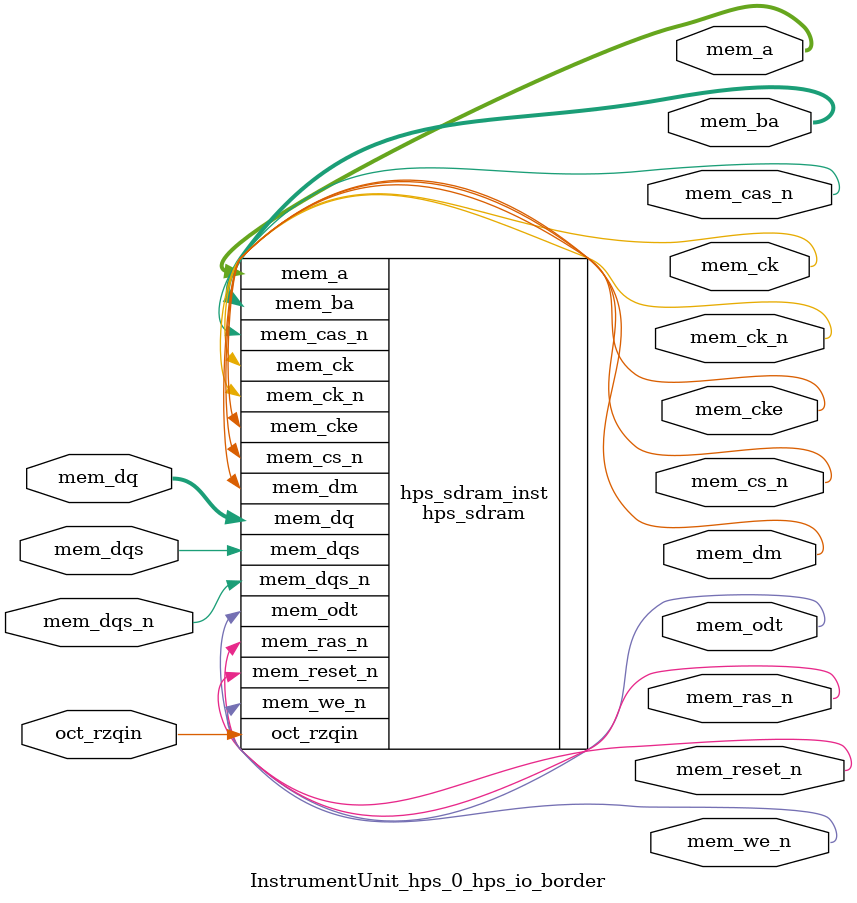
<source format=sv>


module InstrumentUnit_hps_0_hps_io_border(
// memory
  output wire [13 - 1 : 0 ] mem_a
 ,output wire [3 - 1 : 0 ] mem_ba
 ,output wire [1 - 1 : 0 ] mem_ck
 ,output wire [1 - 1 : 0 ] mem_ck_n
 ,output wire [1 - 1 : 0 ] mem_cke
 ,output wire [1 - 1 : 0 ] mem_cs_n
 ,output wire [1 - 1 : 0 ] mem_ras_n
 ,output wire [1 - 1 : 0 ] mem_cas_n
 ,output wire [1 - 1 : 0 ] mem_we_n
 ,output wire [1 - 1 : 0 ] mem_reset_n
 ,inout wire [8 - 1 : 0 ] mem_dq
 ,inout wire [1 - 1 : 0 ] mem_dqs
 ,inout wire [1 - 1 : 0 ] mem_dqs_n
 ,output wire [1 - 1 : 0 ] mem_odt
 ,output wire [1 - 1 : 0 ] mem_dm
 ,input wire [1 - 1 : 0 ] oct_rzqin
);


hps_sdram hps_sdram_inst(
 .mem_dq({
    mem_dq[7:0] // 7:0
  })
,.mem_odt({
    mem_odt[0:0] // 0:0
  })
,.mem_ras_n({
    mem_ras_n[0:0] // 0:0
  })
,.mem_dqs_n({
    mem_dqs_n[0:0] // 0:0
  })
,.mem_dqs({
    mem_dqs[0:0] // 0:0
  })
,.mem_dm({
    mem_dm[0:0] // 0:0
  })
,.mem_we_n({
    mem_we_n[0:0] // 0:0
  })
,.mem_cas_n({
    mem_cas_n[0:0] // 0:0
  })
,.mem_ba({
    mem_ba[2:0] // 2:0
  })
,.mem_a({
    mem_a[12:0] // 12:0
  })
,.mem_cs_n({
    mem_cs_n[0:0] // 0:0
  })
,.mem_ck({
    mem_ck[0:0] // 0:0
  })
,.mem_cke({
    mem_cke[0:0] // 0:0
  })
,.oct_rzqin({
    oct_rzqin[0:0] // 0:0
  })
,.mem_reset_n({
    mem_reset_n[0:0] // 0:0
  })
,.mem_ck_n({
    mem_ck_n[0:0] // 0:0
  })
);

endmodule


</source>
